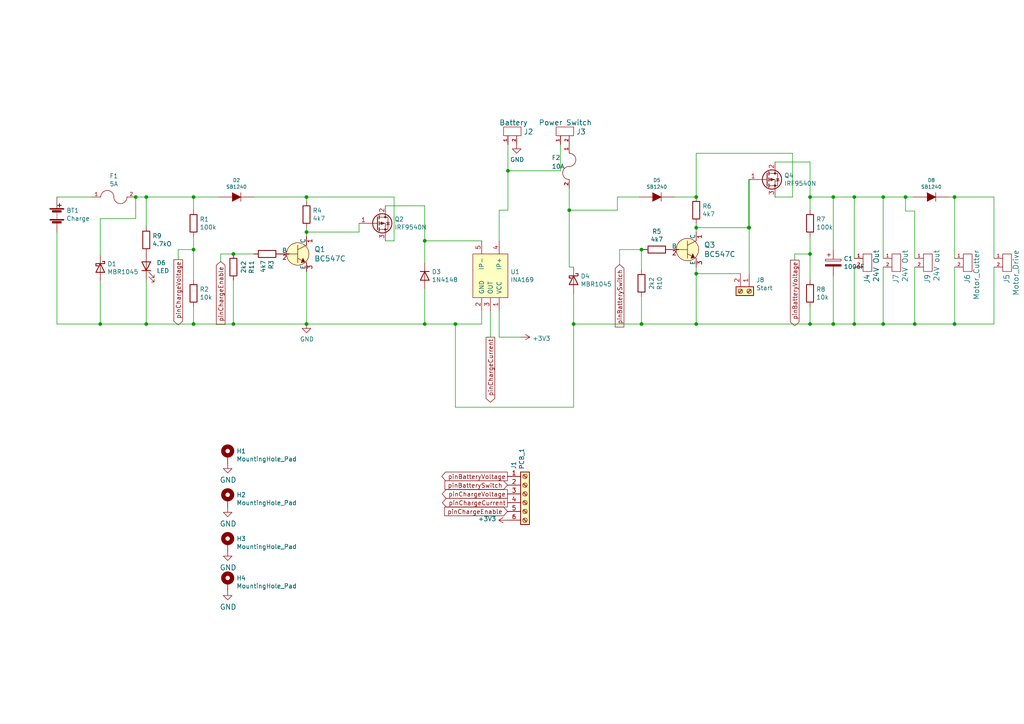
<source format=kicad_sch>
(kicad_sch (version 20210406) (generator eeschema)
  (paper "A4")
  (lib_symbols
    (symbol "Connector:Screw_Terminal_01x02" (pin_names (offset 1.016) hide)
      (property "Reference" "J" (at 0 2.54 0))
      (property "Value" "Screw_Terminal_01x02" (at 0 -5.08 0))
      (symbol "Screw_Terminal_01x02_1_1"
        (circle (center 0 -2.54) (radius 0.635) (stroke (width 0.1524)))
        (circle (center 0 0) (radius 0.635) (stroke (width 0.1524)))
        (rectangle (start -1.27 1.27) (end 1.27 -3.81) (stroke (width 0.254)) (fill (type background)))
        (polyline (pts (xy -0.5334 -2.2098) (xy 0.3302 -3.048)) (stroke (width 0.1524)))
        (polyline (pts (xy -0.5334 0.3302) (xy 0.3302 -0.508)) (stroke (width 0.1524)))
        (polyline (pts (xy -0.3556 -2.032) (xy 0.508 -2.8702)) (stroke (width 0.1524)))
        (polyline (pts (xy -0.3556 0.508) (xy 0.508 -0.3302)) (stroke (width 0.1524)))
        (pin passive line (at -5.08 0 0) (length 3.81) (name "Pin_1") (number "1"))
        (pin passive line (at -5.08 -2.54 0) (length 3.81) (name "Pin_2") (number "2"))
      )
    )
    (symbol "Connector:Screw_Terminal_01x06" (pin_names (offset 1.016) hide)
      (property "Reference" "J" (at 0 7.62 0))
      (property "Value" "Screw_Terminal_01x06" (at 0 -10.16 0))
      (symbol "Screw_Terminal_01x06_1_1"
        (circle (center 0 -7.62) (radius 0.635) (stroke (width 0.1524)))
        (circle (center 0 -5.08) (radius 0.635) (stroke (width 0.1524)))
        (circle (center 0 -2.54) (radius 0.635) (stroke (width 0.1524)))
        (circle (center 0 0) (radius 0.635) (stroke (width 0.1524)))
        (circle (center 0 2.54) (radius 0.635) (stroke (width 0.1524)))
        (circle (center 0 5.08) (radius 0.635) (stroke (width 0.1524)))
        (rectangle (start -1.27 6.35) (end 1.27 -8.89) (stroke (width 0.254)) (fill (type background)))
        (polyline (pts (xy -0.5334 -7.2898) (xy 0.3302 -8.128)) (stroke (width 0.1524)))
        (polyline (pts (xy -0.5334 -4.7498) (xy 0.3302 -5.588)) (stroke (width 0.1524)))
        (polyline (pts (xy -0.5334 -2.2098) (xy 0.3302 -3.048)) (stroke (width 0.1524)))
        (polyline (pts (xy -0.5334 0.3302) (xy 0.3302 -0.508)) (stroke (width 0.1524)))
        (polyline (pts (xy -0.5334 2.8702) (xy 0.3302 2.032)) (stroke (width 0.1524)))
        (polyline (pts (xy -0.5334 5.4102) (xy 0.3302 4.572)) (stroke (width 0.1524)))
        (polyline (pts (xy -0.3556 -7.112) (xy 0.508 -7.9502)) (stroke (width 0.1524)))
        (polyline (pts (xy -0.3556 -4.572) (xy 0.508 -5.4102)) (stroke (width 0.1524)))
        (polyline (pts (xy -0.3556 -2.032) (xy 0.508 -2.8702)) (stroke (width 0.1524)))
        (polyline (pts (xy -0.3556 0.508) (xy 0.508 -0.3302)) (stroke (width 0.1524)))
        (polyline (pts (xy -0.3556 3.048) (xy 0.508 2.2098)) (stroke (width 0.1524)))
        (polyline (pts (xy -0.3556 5.588) (xy 0.508 4.7498)) (stroke (width 0.1524)))
        (pin passive line (at -5.08 5.08 0) (length 3.81) (name "Pin_1") (number "1"))
        (pin passive line (at -5.08 2.54 0) (length 3.81) (name "Pin_2") (number "2"))
        (pin passive line (at -5.08 0 0) (length 3.81) (name "Pin_3") (number "3"))
        (pin passive line (at -5.08 -2.54 0) (length 3.81) (name "Pin_4") (number "4"))
        (pin passive line (at -5.08 -5.08 0) (length 3.81) (name "Pin_5") (number "5"))
        (pin passive line (at -5.08 -7.62 0) (length 3.81) (name "Pin_6") (number "6"))
      )
    )
    (symbol "Device:Battery" (pin_numbers hide) (pin_names (offset 0) hide)
      (property "Reference" "BT" (at 2.54 2.54 0))
      (property "Value" "Battery" (at 2.54 0 0))
      (symbol "Battery_0_1"
        (rectangle (start -2.032 -1.397) (end 2.032 -1.651) (fill (type outline)))
        (rectangle (start -2.032 1.778) (end 2.032 1.524) (fill (type outline)))
        (rectangle (start -1.3208 -1.9812) (end 1.27 -2.4892) (fill (type outline)))
        (rectangle (start -1.3208 1.1938) (end 1.27 0.6858) (fill (type outline)))
        (polyline (pts (xy 0 -1.524) (xy 0 -1.27)))
        (polyline (pts (xy 0 -1.016) (xy 0 -0.762)))
        (polyline (pts (xy 0 -0.508) (xy 0 -0.254)))
        (polyline (pts (xy 0 0) (xy 0 0.254)))
        (polyline (pts (xy 0 0.508) (xy 0 0.762)))
        (polyline (pts (xy 0 1.778) (xy 0 2.54)))
        (polyline (pts (xy 0.254 2.667) (xy 1.27 2.667)) (stroke (width 0.254)))
        (polyline (pts (xy 0.762 3.175) (xy 0.762 2.159)) (stroke (width 0.254)))
      )
      (symbol "Battery_1_1"
        (pin passive line (at 0 5.08 270) (length 2.54) (name "+") (number "1"))
        (pin passive line (at 0 -5.08 90) (length 2.54) (name "-") (number "2"))
      )
    )
    (symbol "Device:CP" (pin_numbers hide) (pin_names (offset 0.254))
      (property "Reference" "C" (at 0.635 2.54 0))
      (property "Value" "CP" (at 0.635 -2.54 0))
      (symbol "CP_0_1"
        (rectangle (start -2.286 0.508) (end 2.286 1.016))
        (rectangle (start 2.286 -0.508) (end -2.286 -1.016) (fill (type outline)))
        (polyline (pts (xy -1.778 2.286) (xy -0.762 2.286)))
        (polyline (pts (xy -1.27 2.794) (xy -1.27 1.778)))
      )
      (symbol "CP_1_1"
        (pin passive line (at 0 3.81 270) (length 2.794) (name "~") (number "1"))
        (pin passive line (at 0 -3.81 90) (length 2.794) (name "~") (number "2"))
      )
    )
    (symbol "Device:LED" (pin_numbers hide) (pin_names (offset 1.016) hide)
      (property "Reference" "D" (at 0 2.54 0))
      (property "Value" "LED" (at 0 -2.54 0))
      (symbol "LED_0_1"
        (polyline (pts (xy -1.27 -1.27) (xy -1.27 1.27)) (stroke (width 0.254)))
        (polyline (pts (xy -1.27 0) (xy 1.27 0)))
        (polyline (pts (xy 1.27 -1.27) (xy 1.27 1.27) (xy -1.27 0) (xy 1.27 -1.27)) (stroke (width 0.254)))
        (polyline (pts (xy -3.048 -0.762) (xy -4.572 -2.286) (xy -3.81 -2.286) (xy -4.572 -2.286) (xy -4.572 -1.524)))
        (polyline (pts (xy -1.778 -0.762) (xy -3.302 -2.286) (xy -2.54 -2.286) (xy -3.302 -2.286) (xy -3.302 -1.524)))
      )
      (symbol "LED_1_1"
        (pin passive line (at -3.81 0 0) (length 2.54) (name "K") (number "1"))
        (pin passive line (at 3.81 0 180) (length 2.54) (name "A") (number "2"))
      )
    )
    (symbol "Device:R" (pin_numbers hide) (pin_names (offset 0))
      (property "Reference" "R" (at 2.032 0 90))
      (property "Value" "R" (at 0 0 90))
      (symbol "R_0_1"
        (rectangle (start -1.016 -2.54) (end 1.016 2.54) (stroke (width 0.254)))
      )
      (symbol "R_1_1"
        (pin passive line (at 0 3.81 270) (length 1.27) (name "~") (number "1"))
        (pin passive line (at 0 -3.81 90) (length 1.27) (name "~") (number "2"))
      )
    )
    (symbol "Diode:1N4148" (pin_numbers hide) (pin_names (offset 1.016) hide)
      (property "Reference" "D" (at 0 2.54 0))
      (property "Value" "1N4148" (at 0 -2.54 0))
      (symbol "1N4148_0_1"
        (polyline (pts (xy -1.27 1.27) (xy -1.27 -1.27)) (stroke (width 0.254)))
        (polyline (pts (xy 1.27 0) (xy -1.27 0)))
        (polyline (pts (xy 1.27 1.27) (xy 1.27 -1.27) (xy -1.27 0) (xy 1.27 1.27)) (stroke (width 0.254)))
      )
      (symbol "1N4148_1_1"
        (pin passive line (at -3.81 0 0) (length 2.54) (name "K") (number "1"))
        (pin passive line (at 3.81 0 180) (length 2.54) (name "A") (number "2"))
      )
    )
    (symbol "Diode:MBR745" (pin_numbers hide) (pin_names (offset 1.016) hide)
      (property "Reference" "D" (at 0 2.54 0))
      (property "Value" "MBR745" (at 0 -2.54 0))
      (symbol "MBR745_0_1"
        (polyline (pts (xy 1.27 0) (xy -1.27 0)))
        (polyline (pts (xy 1.27 1.27) (xy 1.27 -1.27) (xy -1.27 0) (xy 1.27 1.27)) (stroke (width 0.254)))
        (polyline (pts (xy -1.905 0.635) (xy -1.905 1.27) (xy -1.27 1.27) (xy -1.27 -1.27) (xy -0.635 -1.27) (xy -0.635 -0.635)) (stroke (width 0.254)))
      )
      (symbol "MBR745_1_1"
        (pin passive line (at -3.81 0 0) (length 2.54) (name "K") (number "1"))
        (pin passive line (at 3.81 0 180) (length 2.54) (name "A") (number "2"))
      )
    )
    (symbol "Mechanical:MountingHole_Pad" (pin_numbers hide) (pin_names (offset 1.016) hide)
      (property "Reference" "H" (at 0 6.35 0))
      (property "Value" "MountingHole_Pad" (at 0 4.445 0))
      (symbol "MountingHole_Pad_0_1"
        (circle (center 0 1.27) (radius 1.27) (stroke (width 1.27)))
      )
      (symbol "MountingHole_Pad_1_1"
        (pin input line (at 0 -2.54 90) (length 2.54) (name "1") (number "1"))
      )
    )
    (symbol "Transistor_FET:IRF9540N" (pin_names hide)
      (property "Reference" "Q" (at 5.08 1.905 0))
      (property "Value" "IRF9540N" (at 5.08 0 0))
      (symbol "IRF9540N_0_1"
        (circle (center 1.651 0) (radius 2.794) (stroke (width 0.254)))
        (circle (center 2.54 -1.778) (radius 0.254) (fill (type outline)))
        (circle (center 2.54 1.778) (radius 0.254) (fill (type outline)))
        (polyline (pts (xy 0.254 0) (xy -2.54 0)))
        (polyline (pts (xy 0.254 1.905) (xy 0.254 -1.905)) (stroke (width 0.254)))
        (polyline (pts (xy 0.762 -1.27) (xy 0.762 -2.286)) (stroke (width 0.254)))
        (polyline (pts (xy 0.762 0.508) (xy 0.762 -0.508)) (stroke (width 0.254)))
        (polyline (pts (xy 0.762 2.286) (xy 0.762 1.27)) (stroke (width 0.254)))
        (polyline (pts (xy 2.54 2.54) (xy 2.54 1.778)))
        (polyline (pts (xy 2.54 -2.54) (xy 2.54 0) (xy 0.762 0)))
        (polyline (pts (xy 0.762 1.778) (xy 3.302 1.778) (xy 3.302 -1.778) (xy 0.762 -1.778)))
        (polyline (pts (xy 2.794 -0.508) (xy 2.921 -0.381) (xy 3.683 -0.381) (xy 3.81 -0.254)))
        (polyline (pts (xy 3.302 -0.381) (xy 2.921 0.254) (xy 3.683 0.254) (xy 3.302 -0.381)))
        (polyline (pts (xy 2.286 0) (xy 1.27 0.381) (xy 1.27 -0.381) (xy 2.286 0)) (fill (type outline)))
      )
      (symbol "IRF9540N_1_1"
        (pin input line (at -5.08 0 0) (length 2.54) (name "G") (number "1"))
        (pin passive line (at 2.54 5.08 270) (length 2.54) (name "D") (number "2"))
        (pin passive line (at 2.54 -5.08 90) (length 2.54) (name "S") (number "3"))
      )
    )
    (symbol "charge_pcb-rescue:ACS712-Lötpad_2,5mm" (pin_names (offset 1.016))
      (property "Reference" "U" (at 0 6.35 0))
      (property "Value" "ACS712-Lötpad_2,5mm" (at 0 -6.35 0))
      (symbol "ACS712-Lötpad_2,5mm_0_1"
        (rectangle (start -6.35 5.08) (end 6.35 -5.08) (fill (type background)))
      )
      (symbol "ACS712-Lötpad_2,5mm_1_1"
        (pin power_in line (at 10.16 2.54 180) (length 3.81) (name "VCC") (number "1"))
        (pin power_in line (at 10.16 -2.54 180) (length 3.81) (name "GND") (number "2"))
        (pin output line (at 10.16 0 180) (length 3.81) (name "OUT") (number "3"))
        (pin input line (at -10.16 2.54 0) (length 3.81) (name "IP+") (number "4"))
        (pin input line (at -10.16 -2.54 0) (length 3.81) (name "IP-") (number "5"))
      )
    )
    (symbol "charge_pcb-rescue:BC548BTA-dk_Transistors-Bipolar-BJT-Single" (pin_names (offset 0))
      (property "Reference" "Q" (at -3.2004 4.2164 0))
      (property "Value" "BC548BTA-dk_Transistors-Bipolar-BJT-Single" (at 5.2324 0 90))
      (symbol "BC548BTA-dk_Transistors-Bipolar-BJT-Single_0_1"
        (circle (center 0 0) (radius 3.2512) (fill (type background)))
        (polyline (pts (xy -3.81 0) (xy -2.54 0)))
        (polyline (pts (xy -3.556 0) (xy 0 0)))
        (polyline (pts (xy 0 -1.27) (xy 2.54 -2.54)))
        (polyline (pts (xy 0 1.27) (xy 2.54 2.54)))
        (polyline (pts (xy 0 2.54) (xy 0 -2.54)))
        (polyline (pts (xy 1.524 -1.27) (xy 2.032 -2.286) (xy 1.016 -2.54) (xy 1.524 -1.27)) (fill (type outline)))
      )
      (symbol "BC548BTA-dk_Transistors-Bipolar-BJT-Single_1_1"
        (pin passive line (at 2.54 5.08 270) (length 2.54) (name "C") (number "1"))
        (pin input line (at -5.08 0 0) (length 2.54) (name "B") (number "2"))
        (pin passive line (at 2.54 -5.08 90) (length 2.54) (name "E") (number "3"))
      )
    )
    (symbol "charge_pcb-rescue:DIODE-Lötpad_2,5mm" (pin_numbers hide) (pin_names (offset 1.016) hide)
      (property "Reference" "D" (at 0 2.54 0))
      (property "Value" "DIODE-Lötpad_2,5mm" (at 0 -2.54 0))
      (symbol "DIODE-Lötpad_2,5mm_0_1"
        (polyline (pts (xy 1.27 1.27) (xy 1.27 -1.27)) (stroke (width 0.1524)))
        (polyline (pts (xy -1.27 1.27) (xy 1.27 0) (xy -1.27 -1.27)) (fill (type outline)))
      )
      (symbol "DIODE-Lötpad_2,5mm_1_1"
        (pin passive line (at -5.08 0 0) (length 3.81) (name "A") (number "1"))
        (pin passive line (at 5.08 0 180) (length 3.81) (name "K") (number "2"))
      )
    )
    (symbol "charge_pcb-rescue:FUSE-Zimprich" (pin_names (offset 0.254))
      (property "Reference" "F" (at 2.54 1.27 0))
      (property "Value" "FUSE-Zimprich" (at -2.54 -1.27 0))
      (symbol "FUSE-Zimprich_0_1"
        (arc (start 0 0) (end -3.81 0) (radius (at -1.905 0) (length 1.905) (angles 0.1 179.9)))
        (arc (start 0 0) (end 3.81 0) (radius (at 1.905 0) (length 1.905) (angles -179.9 -0.1)))
      )
      (symbol "FUSE-Zimprich_1_1"
        (pin input line (at -6.35 0 0) (length 2.54) (name "~") (number "1"))
        (pin input line (at 6.35 0 180) (length 2.54) (name "~") (number "2"))
      )
    )
    (symbol "charge_pcb-rescue:GND-Lötpad_2,5mm" (power) (pin_names (offset 0))
      (property "Value" "GND-Lötpad_2,5mm" (at 0 -3.81 0))
      (symbol "GND-Lötpad_2,5mm_0_1"
        (polyline (pts (xy 0 0) (xy 0 -1.27) (xy 1.27 -1.27) (xy 0 -2.54) (xy -1.27 -1.27) (xy 0 -1.27)))
      )
      (symbol "GND-Lötpad_2,5mm_1_1"
        (pin power_in line (at 0 0 270) (length 0) hide (name "GND") (number "1"))
      )
    )
    (symbol "charge_pcb-rescue:HEADER_2-Zimprich" (pin_names (offset 0))
      (property "Reference" "J" (at 0 3.81 0))
      (property "Value" "HEADER_2-Zimprich" (at 0 -3.81 0))
      (symbol "HEADER_2-Zimprich_0_1"
        (rectangle (start 2.54 2.54) (end 0 -2.54))
      )
      (symbol "HEADER_2-Zimprich_1_1"
        (pin passive line (at -2.54 1.27 0) (length 2.54) (name "~") (number "1"))
        (pin passive line (at -2.54 -1.27 0) (length 2.54) (name "~") (number "2"))
      )
    )
    (symbol "power:+3.3V" (power) (pin_names (offset 0))
      (property "Value" "+3.3V" (at 0 3.556 0))
      (symbol "+3.3V_0_1"
        (polyline (pts (xy -0.762 1.27) (xy 0 2.54)))
        (polyline (pts (xy 0 0) (xy 0 2.54)))
        (polyline (pts (xy 0 2.54) (xy 0.762 1.27)))
      )
      (symbol "+3.3V_1_1"
        (pin power_in line (at 0 0 90) (length 0) hide (name "+3V3") (number "1"))
      )
    )
    (symbol "power:GND" (power) (pin_names (offset 0))
      (property "Value" "GND" (at 0 -3.81 0))
      (symbol "GND_0_1"
        (polyline (pts (xy 0 0) (xy 0 -1.27) (xy 1.27 -1.27) (xy 0 -2.54) (xy -1.27 -1.27) (xy 0 -1.27)))
      )
      (symbol "GND_1_1"
        (pin power_in line (at 0 0 270) (length 0) hide (name "GND") (number "1"))
      )
    )
  )
  (junction (at 29.083 93.98) (diameter 0.9144))
  (junction (at 39.37 57.15) (diameter 0.9144))
  (junction (at 42.418 57.15) (diameter 0.9144))
  (junction (at 42.418 93.98) (diameter 0.9144))
  (junction (at 56.134 57.15) (diameter 0.9144))
  (junction (at 56.134 72.39) (diameter 0.9144))
  (junction (at 56.134 93.98) (diameter 0.9144))
  (junction (at 67.691 73.66) (diameter 0.9144))
  (junction (at 67.691 93.98) (diameter 0.9144))
  (junction (at 88.9 57.15) (diameter 0.9144))
  (junction (at 88.9 67.31) (diameter 0.9144))
  (junction (at 88.9 93.98) (diameter 0.9144))
  (junction (at 123.19 69.85) (diameter 0.9144))
  (junction (at 123.19 93.98) (diameter 0.9144))
  (junction (at 132.08 93.98) (diameter 0.9144))
  (junction (at 147.32 49.53) (diameter 0.9144))
  (junction (at 165.1 60.96) (diameter 0.9144))
  (junction (at 166.37 93.98) (diameter 0.9144))
  (junction (at 186.055 72.39) (diameter 0.9144))
  (junction (at 186.055 93.98) (diameter 0.9144))
  (junction (at 201.93 57.15) (diameter 0.9144))
  (junction (at 201.93 66.04) (diameter 0.9144))
  (junction (at 201.93 79.375) (diameter 0.9144))
  (junction (at 201.93 93.98) (diameter 0.9144))
  (junction (at 217.17 66.04) (diameter 0.9144))
  (junction (at 217.297 66.04) (diameter 0.9144))
  (junction (at 234.95 57.15) (diameter 0.9144))
  (junction (at 234.95 73.66) (diameter 0.9144))
  (junction (at 234.95 93.98) (diameter 0.9144))
  (junction (at 241.681 57.15) (diameter 0.9144))
  (junction (at 241.681 93.98) (diameter 0.9144))
  (junction (at 247.777 57.15) (diameter 0.9144))
  (junction (at 247.777 93.98) (diameter 0.9144))
  (junction (at 256.159 57.15) (diameter 0.9144))
  (junction (at 256.159 93.98) (diameter 0.9144))
  (junction (at 262.636 57.15) (diameter 0.9144))
  (junction (at 265.303 93.98) (diameter 0.9144))
  (junction (at 276.86 57.15) (diameter 0.9144))
  (junction (at 276.86 93.98) (diameter 0.9144))
  (wire (pts (xy 16.51 57.15) (xy 26.67 57.15)))
  (wire (pts (xy 16.51 93.98) (xy 16.51 67.31)))
  (wire (pts (xy 16.51 93.98) (xy 29.083 93.98)))
  (wire (pts (xy 29.083 63.373) (xy 29.083 73.914)))
  (wire (pts (xy 29.083 81.534) (xy 29.083 93.98)))
  (wire (pts (xy 29.083 93.98) (xy 42.418 93.98)))
  (wire (pts (xy 39.37 57.15) (xy 39.37 63.373)))
  (wire (pts (xy 39.37 57.15) (xy 42.418 57.15)))
  (wire (pts (xy 39.37 63.373) (xy 29.083 63.373)))
  (wire (pts (xy 42.418 57.15) (xy 56.134 57.15)))
  (wire (pts (xy 42.418 65.786) (xy 42.418 57.15)))
  (wire (pts (xy 42.418 81.026) (xy 42.418 93.98)))
  (wire (pts (xy 42.418 93.98) (xy 56.134 93.98)))
  (wire (pts (xy 51.689 72.39) (xy 56.134 72.39)))
  (wire (pts (xy 51.689 75.311) (xy 51.689 72.39)))
  (wire (pts (xy 56.134 57.15) (xy 56.134 60.96)))
  (wire (pts (xy 56.134 57.15) (xy 63.5 57.15)))
  (wire (pts (xy 56.134 68.58) (xy 56.134 72.39)))
  (wire (pts (xy 56.134 72.39) (xy 56.134 81.28)))
  (wire (pts (xy 56.134 88.9) (xy 56.134 93.98)))
  (wire (pts (xy 56.134 93.98) (xy 67.691 93.98)))
  (wire (pts (xy 64.008 73.66) (xy 64.008 75.819)))
  (wire (pts (xy 67.691 73.66) (xy 64.008 73.66)))
  (wire (pts (xy 67.691 73.66) (xy 73.66 73.66)))
  (wire (pts (xy 67.691 81.28) (xy 67.691 93.98)))
  (wire (pts (xy 67.691 93.98) (xy 88.9 93.98)))
  (wire (pts (xy 73.66 57.15) (xy 88.9 57.15)))
  (wire (pts (xy 88.9 57.15) (xy 88.9 58.42)))
  (wire (pts (xy 88.9 57.15) (xy 114.3 57.15)))
  (wire (pts (xy 88.9 66.04) (xy 88.9 67.31)))
  (wire (pts (xy 88.9 67.31) (xy 88.9 68.58)))
  (wire (pts (xy 88.9 67.31) (xy 104.14 67.31)))
  (wire (pts (xy 88.9 93.98) (xy 88.9 78.74)))
  (wire (pts (xy 88.9 93.98) (xy 123.19 93.98)))
  (wire (pts (xy 104.14 64.77) (xy 104.14 67.31)))
  (wire (pts (xy 111.76 59.69) (xy 123.19 59.69)))
  (wire (pts (xy 114.3 57.15) (xy 114.3 69.85)))
  (wire (pts (xy 114.3 69.85) (xy 111.76 69.85)))
  (wire (pts (xy 123.19 59.69) (xy 123.19 69.85)))
  (wire (pts (xy 123.19 69.85) (xy 139.7 69.85)))
  (wire (pts (xy 123.19 76.2) (xy 123.19 69.85)))
  (wire (pts (xy 123.19 83.82) (xy 123.19 93.98)))
  (wire (pts (xy 123.19 93.98) (xy 132.08 93.98)))
  (wire (pts (xy 132.08 93.98) (xy 132.08 118.11)))
  (wire (pts (xy 132.08 93.98) (xy 139.7 93.98)))
  (wire (pts (xy 132.08 118.11) (xy 166.37 118.11)))
  (wire (pts (xy 139.7 93.98) (xy 139.7 90.17)))
  (wire (pts (xy 142.24 90.17) (xy 142.24 97.79)))
  (wire (pts (xy 144.78 60.96) (xy 147.32 60.96)))
  (wire (pts (xy 144.78 69.85) (xy 144.78 60.96)))
  (wire (pts (xy 144.78 90.17) (xy 144.78 97.79)))
  (wire (pts (xy 144.78 97.79) (xy 151.13 97.79)))
  (wire (pts (xy 147.32 41.91) (xy 147.32 49.53)))
  (wire (pts (xy 147.32 49.53) (xy 147.32 60.96)))
  (wire (pts (xy 162.56 41.91) (xy 162.56 49.53)))
  (wire (pts (xy 162.56 49.53) (xy 147.32 49.53)))
  (wire (pts (xy 165.1 54.61) (xy 165.1 60.96)))
  (wire (pts (xy 165.1 60.96) (xy 165.1 77.47)))
  (wire (pts (xy 165.1 60.96) (xy 179.07 60.96)))
  (wire (pts (xy 165.1 77.47) (xy 166.37 77.47)))
  (wire (pts (xy 166.37 93.98) (xy 166.37 85.09)))
  (wire (pts (xy 166.37 93.98) (xy 186.055 93.98)))
  (wire (pts (xy 166.37 118.11) (xy 166.37 93.98)))
  (wire (pts (xy 179.07 57.15) (xy 185.42 57.15)))
  (wire (pts (xy 179.07 60.96) (xy 179.07 57.15)))
  (wire (pts (xy 179.705 72.39) (xy 179.705 76.708)))
  (wire (pts (xy 186.055 72.39) (xy 179.705 72.39)))
  (wire (pts (xy 186.055 78.359) (xy 186.055 72.39)))
  (wire (pts (xy 186.055 85.979) (xy 186.055 93.98)))
  (wire (pts (xy 186.055 93.98) (xy 201.93 93.98)))
  (wire (pts (xy 186.69 72.39) (xy 186.055 72.39)))
  (wire (pts (xy 195.58 57.15) (xy 201.93 57.15)))
  (wire (pts (xy 201.93 44.45) (xy 201.93 57.15)))
  (wire (pts (xy 201.93 64.77) (xy 201.93 66.04)))
  (wire (pts (xy 201.93 66.04) (xy 201.93 67.31)))
  (wire (pts (xy 201.93 66.04) (xy 217.17 66.04)))
  (wire (pts (xy 201.93 77.47) (xy 201.93 79.375)))
  (wire (pts (xy 201.93 79.375) (xy 201.93 93.98)))
  (wire (pts (xy 201.93 93.98) (xy 234.95 93.98)))
  (wire (pts (xy 214.757 79.375) (xy 201.93 79.375)))
  (wire (pts (xy 217.17 52.07) (xy 217.17 66.04)))
  (wire (pts (xy 217.17 66.04) (xy 217.297 66.04)))
  (wire (pts (xy 217.297 52.07) (xy 217.297 66.04)))
  (wire (pts (xy 217.297 66.04) (xy 217.297 79.375)))
  (wire (pts (xy 217.805 52.07) (xy 217.297 52.07)))
  (wire (pts (xy 224.79 46.99) (xy 234.95 46.99)))
  (wire (pts (xy 224.79 57.15) (xy 229.87 57.15)))
  (wire (pts (xy 229.87 44.45) (xy 201.93 44.45)))
  (wire (pts (xy 229.87 57.15) (xy 229.87 44.45)))
  (wire (pts (xy 230.505 73.66) (xy 230.505 75.438)))
  (wire (pts (xy 230.505 73.66) (xy 234.95 73.66)))
  (wire (pts (xy 234.95 46.99) (xy 234.95 57.15)))
  (wire (pts (xy 234.95 57.15) (xy 234.95 60.96)))
  (wire (pts (xy 234.95 57.15) (xy 241.681 57.15)))
  (wire (pts (xy 234.95 68.58) (xy 234.95 73.66)))
  (wire (pts (xy 234.95 73.66) (xy 234.95 81.28)))
  (wire (pts (xy 234.95 88.9) (xy 234.95 93.98)))
  (wire (pts (xy 234.95 93.98) (xy 241.681 93.98)))
  (wire (pts (xy 241.681 57.15) (xy 247.777 57.15)))
  (wire (pts (xy 241.681 72.39) (xy 241.681 57.15)))
  (wire (pts (xy 241.681 80.01) (xy 241.681 93.98)))
  (wire (pts (xy 241.681 93.98) (xy 247.777 93.98)))
  (wire (pts (xy 247.777 57.15) (xy 256.159 57.15)))
  (wire (pts (xy 247.777 74.93) (xy 247.777 57.15)))
  (wire (pts (xy 247.777 77.47) (xy 247.777 93.98)))
  (wire (pts (xy 247.777 93.98) (xy 256.159 93.98)))
  (wire (pts (xy 256.159 57.15) (xy 256.159 74.93)))
  (wire (pts (xy 256.159 57.15) (xy 262.636 57.15)))
  (wire (pts (xy 256.159 93.98) (xy 256.159 77.47)))
  (wire (pts (xy 256.159 93.98) (xy 265.303 93.98)))
  (wire (pts (xy 262.636 57.15) (xy 265.049 57.15)))
  (wire (pts (xy 262.636 61.214) (xy 262.636 57.15)))
  (wire (pts (xy 265.303 61.214) (xy 262.636 61.214)))
  (wire (pts (xy 265.303 74.93) (xy 265.303 61.214)))
  (wire (pts (xy 265.303 93.98) (xy 265.303 77.47)))
  (wire (pts (xy 265.303 93.98) (xy 276.86 93.98)))
  (wire (pts (xy 275.209 57.15) (xy 276.86 57.15)))
  (wire (pts (xy 276.86 57.15) (xy 288.29 57.15)))
  (wire (pts (xy 276.86 74.93) (xy 276.86 57.15)))
  (wire (pts (xy 276.86 77.47) (xy 276.86 93.98)))
  (wire (pts (xy 276.86 93.98) (xy 288.29 93.98)))
  (wire (pts (xy 288.29 74.93) (xy 288.29 57.15)))
  (wire (pts (xy 288.29 77.47) (xy 288.29 93.98)))
  (global_label "pinChargeVoltage" (shape output) (at 51.689 75.311 270) (property "Intersheet References" "${INTERSHEET_REFS}" (effects hide)))
  (global_label "pinChargeEnable" (shape input) (at 64.008 75.819 270) (property "Intersheet References" "${INTERSHEET_REFS}" (effects hide)))
  (global_label "pinChargeCurrent" (shape output) (at 142.24 97.79 270) (property "Intersheet References" "${INTERSHEET_REFS}" (effects hide)))
  (global_label "pinBatteryVoltage" (shape output) (at 147.193 138.176 180) (property "Intersheet References" "${INTERSHEET_REFS}" (effects hide)))
  (global_label "pinBatterySwitch" (shape input) (at 147.193 140.716 180) (property "Intersheet References" "${INTERSHEET_REFS}" (effects hide)))
  (global_label "pinChargeVoltage" (shape output) (at 147.193 143.256 180) (property "Intersheet References" "${INTERSHEET_REFS}" (effects hide)))
  (global_label "pinChargeCurrent" (shape output) (at 147.193 145.796 180) (property "Intersheet References" "${INTERSHEET_REFS}" (effects hide)))
  (global_label "pinChargeEnable" (shape input) (at 147.193 148.336 180) (property "Intersheet References" "${INTERSHEET_REFS}" (effects hide)))
  (global_label "pinBatterySwitch" (shape input) (at 179.705 76.708 270) (property "Intersheet References" "${INTERSHEET_REFS}" (effects hide)))
  (global_label "pinBatteryVoltage" (shape output) (at 230.505 75.438 270) (property "Intersheet References" "${INTERSHEET_REFS}" (effects hide)))
  (symbol (lib_id "power:+3.3V") (at 147.193 150.876 90) (unit 1)
    (property "Reference" "#PWR04" (effects hide))
    (property "Value" "+3.3V" (at 143.9418 150.495 90) (effects (justify left)))
  )
  (symbol (lib_id "power:+3.3V") (at 151.13 97.79 270) (unit 1)
    (property "Reference" "#PWR03" (effects hide))
    (property "Value" "+3.3V" (at 154.3812 98.171 90) (effects (justify left)))
  )
  (symbol (lib_id "charge_pcb-rescue:GND-Lötpad_2,5mm") (at 66.04 134.62 0) (unit 1)
    (property "Reference" "#PWR0101" (effects hide))
    (property "Value" "GND" (at 66.167 139.2174 0) (effects (font (size 1.524 1.524))))
  )
  (symbol (lib_id "charge_pcb-rescue:GND-Lötpad_2,5mm") (at 66.04 147.32 0) (unit 1)
    (property "Reference" "#PWR0102" (effects hide))
    (property "Value" "GND" (at 66.167 151.9174 0) (effects (font (size 1.524 1.524))))
  )
  (symbol (lib_id "charge_pcb-rescue:GND-Lötpad_2,5mm") (at 66.04 160.02 0) (unit 1)
    (property "Reference" "#PWR0103" (effects hide))
    (property "Value" "GND" (at 66.167 164.6174 0) (effects (font (size 1.524 1.524))))
  )
  (symbol (lib_id "charge_pcb-rescue:GND-Lötpad_2,5mm") (at 66.04 171.45 0) (unit 1)
    (property "Reference" "#PWR0104" (effects hide))
    (property "Value" "GND" (at 66.167 176.0474 0) (effects (font (size 1.524 1.524))))
  )
  (symbol (lib_id "power:GND") (at 88.9 93.98 0) (unit 1)
    (property "Reference" "#PWR01" (effects hide))
    (property "Value" "GND" (at 89.027 98.3742 0))
  )
  (symbol (lib_id "power:GND") (at 149.86 41.91 0) (unit 1)
    (property "Reference" "#PWR02" (effects hide))
    (property "Value" "GND" (at 149.987 46.3042 0))
  )
  (symbol (lib_id "Device:R") (at 42.418 69.596 0) (unit 1)
    (property "Reference" "R9" (at 44.196 68.4276 0) (effects (justify left)))
    (property "Value" "4.7kO" (at 44.196 70.739 0) (effects (justify left)))
    (property "Footprint" "Resistor_THT:R_Axial_DIN0207_L6.3mm_D2.5mm_P7.62mm_Horizontal" (effects hide))
  )
  (symbol (lib_id "Device:R") (at 56.134 64.77 0) (unit 1)
    (property "Reference" "R1" (at 57.912 63.6016 0) (effects (justify left)))
    (property "Value" "100k" (at 57.912 65.913 0) (effects (justify left)))
    (property "Footprint" "Resistor_THT:R_Axial_DIN0207_L6.3mm_D2.5mm_P7.62mm_Horizontal" (effects hide))
  )
  (symbol (lib_id "Device:R") (at 56.134 85.09 0) (unit 1)
    (property "Reference" "R2" (at 57.912 83.9216 0) (effects (justify left)))
    (property "Value" "10k" (at 57.912 86.233 0) (effects (justify left)))
    (property "Footprint" "Resistor_THT:R_Axial_DIN0207_L6.3mm_D2.5mm_P7.62mm_Horizontal" (effects hide))
  )
  (symbol (lib_id "Device:R") (at 67.691 77.47 0) (unit 1)
    (property "Reference" "R11" (at 72.9488 77.47 90))
    (property "Value" "2k2" (at 70.6374 77.47 90))
    (property "Footprint" "Resistor_THT:R_Axial_DIN0207_L6.3mm_D2.5mm_P7.62mm_Horizontal" (effects hide))
  )
  (symbol (lib_id "Device:R") (at 77.47 73.66 270) (unit 1)
    (property "Reference" "R3" (at 78.6384 75.438 0) (effects (justify left)))
    (property "Value" "4k7" (at 76.327 75.438 0) (effects (justify left)))
    (property "Footprint" "Resistor_THT:R_Axial_DIN0207_L6.3mm_D2.5mm_P7.62mm_Horizontal" (effects hide))
  )
  (symbol (lib_id "Device:R") (at 88.9 62.23 0) (unit 1)
    (property "Reference" "R4" (at 90.678 61.0616 0) (effects (justify left)))
    (property "Value" "4k7" (at 90.678 63.373 0) (effects (justify left)))
    (property "Footprint" "Resistor_THT:R_Axial_DIN0207_L6.3mm_D2.5mm_P7.62mm_Horizontal" (effects hide))
  )
  (symbol (lib_id "Device:R") (at 186.055 82.169 0) (unit 1)
    (property "Reference" "R10" (at 191.3128 82.169 90))
    (property "Value" "2k2" (at 189.0014 82.169 90))
    (property "Footprint" "Resistor_THT:R_Axial_DIN0207_L6.3mm_D2.5mm_P7.62mm_Horizontal" (effects hide))
  )
  (symbol (lib_id "Device:R") (at 190.5 72.39 90) (unit 1)
    (property "Reference" "R5" (at 190.5 67.1322 90))
    (property "Value" "4k7" (at 190.5 69.4436 90))
    (property "Footprint" "Resistor_THT:R_Axial_DIN0207_L6.3mm_D2.5mm_P7.62mm_Horizontal" (effects hide))
  )
  (symbol (lib_id "Device:R") (at 201.93 60.96 0) (unit 1)
    (property "Reference" "R6" (at 203.708 59.7916 0) (effects (justify left)))
    (property "Value" "4k7" (at 203.708 62.103 0) (effects (justify left)))
    (property "Footprint" "Resistor_THT:R_Axial_DIN0207_L6.3mm_D2.5mm_P7.62mm_Horizontal" (effects hide))
  )
  (symbol (lib_id "Device:R") (at 234.95 64.77 0) (unit 1)
    (property "Reference" "R7" (at 236.728 63.6016 0) (effects (justify left)))
    (property "Value" "100k" (at 236.728 65.913 0) (effects (justify left)))
    (property "Footprint" "Resistor_THT:R_Axial_DIN0207_L6.3mm_D2.5mm_P7.62mm_Horizontal" (effects hide))
  )
  (symbol (lib_id "Device:R") (at 234.95 85.09 0) (unit 1)
    (property "Reference" "R8" (at 236.728 83.9216 0) (effects (justify left)))
    (property "Value" "10k" (at 236.728 86.233 0) (effects (justify left)))
    (property "Footprint" "Resistor_THT:R_Axial_DIN0207_L6.3mm_D2.5mm_P7.62mm_Horizontal" (effects hide))
  )
  (symbol (lib_id "Mechanical:MountingHole_Pad") (at 66.04 132.08 0) (unit 1)
    (property "Reference" "H1" (at 68.58 130.8354 0) (effects (justify left)))
    (property "Value" "MountingHole_Pad" (at 68.58 133.1468 0) (effects (justify left)))
    (property "Footprint" "MountingHole:MountingHole_3.2mm_M3_DIN965_Pad_TopBottom" (effects hide))
  )
  (symbol (lib_id "Mechanical:MountingHole_Pad") (at 66.04 144.78 0) (unit 1)
    (property "Reference" "H2" (at 68.58 143.5354 0) (effects (justify left)))
    (property "Value" "MountingHole_Pad" (at 68.58 145.8468 0) (effects (justify left)))
    (property "Footprint" "MountingHole:MountingHole_3.2mm_M3_DIN965_Pad_TopBottom" (effects hide))
  )
  (symbol (lib_id "Mechanical:MountingHole_Pad") (at 66.04 157.48 0) (unit 1)
    (property "Reference" "H3" (at 68.58 156.2354 0) (effects (justify left)))
    (property "Value" "MountingHole_Pad" (at 68.58 158.5468 0) (effects (justify left)))
    (property "Footprint" "MountingHole:MountingHole_3.2mm_M3_DIN965_Pad_TopBottom" (effects hide))
  )
  (symbol (lib_id "Mechanical:MountingHole_Pad") (at 66.04 168.91 0) (unit 1)
    (property "Reference" "H4" (at 68.58 167.6654 0) (effects (justify left)))
    (property "Value" "MountingHole_Pad" (at 68.58 169.9768 0) (effects (justify left)))
    (property "Footprint" "MountingHole:MountingHole_3.2mm_M3_DIN965_Pad_TopBottom" (effects hide))
  )
  (symbol (lib_id "Diode:MBR745") (at 29.083 77.724 270) (unit 1)
    (property "Reference" "D1" (at 31.115 76.5556 90) (effects (justify left)))
    (property "Value" "MBR1045" (at 31.115 78.867 90) (effects (justify left)))
    (property "Footprint" "Package_TO_SOT_THT:TO-220-2_Vertical" (effects hide))
    (property "Datasheet" "http://www.onsemi.com/pub_link/Collateral/MBR735-D.PDF" (effects hide))
  )
  (symbol (lib_id "Diode:1N4148") (at 123.19 80.01 270) (unit 1)
    (property "Reference" "D3" (at 125.222 78.8416 90) (effects (justify left)))
    (property "Value" "1N4148" (at 125.222 81.153 90) (effects (justify left)))
    (property "Footprint" "Diode_THT:D_DO-35_SOD27_P7.62mm_Horizontal" (effects hide))
    (property "Datasheet" "https://assets.nexperia.com/documents/data-sheet/1N4148_1N4448.pdf" (effects hide))
  )
  (symbol (lib_id "Diode:MBR745") (at 166.37 81.28 270) (unit 1)
    (property "Reference" "D4" (at 168.402 80.1116 90) (effects (justify left)))
    (property "Value" "MBR1045" (at 168.402 82.423 90) (effects (justify left)))
    (property "Footprint" "Package_TO_SOT_THT:TO-220-2_Vertical" (effects hide))
    (property "Datasheet" "http://www.onsemi.com/pub_link/Collateral/MBR735-D.PDF" (effects hide))
  )
  (symbol (lib_id "charge_pcb-rescue:HEADER_2-Zimprich") (at 148.59 39.37 90) (unit 1)
    (property "Reference" "J2" (at 151.8412 38.227 90) (effects (font (size 1.524 1.524)) (justify right)))
    (property "Value" "Battery" (at 144.78 35.56 90) (effects (font (size 1.524 1.524)) (justify right)))
    (property "Footprint" "TerminalBlock:TerminalBlock_bornier-2_P5.08mm" (effects hide))
  )
  (symbol (lib_id "charge_pcb-rescue:HEADER_2-Zimprich") (at 163.83 39.37 90) (unit 1)
    (property "Reference" "J3" (at 167.0812 38.227 90) (effects (font (size 1.524 1.524)) (justify right)))
    (property "Value" "Power Switch" (at 156.21 35.56 90) (effects (font (size 1.524 1.524)) (justify right)))
    (property "Footprint" "TerminalBlock:TerminalBlock_bornier-2_P5.08mm" (effects hide))
  )
  (symbol (lib_id "charge_pcb-rescue:HEADER_2-Zimprich") (at 250.317 76.2 0) (unit 1)
    (property "Reference" "J4" (at 251.46 79.4512 90) (effects (font (size 1.524 1.524)) (justify right)))
    (property "Value" "24V Out" (at 254.127 72.39 90) (effects (font (size 1.524 1.524)) (justify right)))
    (property "Footprint" "TerminalBlock:TerminalBlock_bornier-2_P5.08mm" (effects hide))
  )
  (symbol (lib_id "charge_pcb-rescue:HEADER_2-Zimprich") (at 258.699 76.2 0) (unit 1)
    (property "Reference" "J7" (at 259.842 79.4512 90) (effects (font (size 1.524 1.524)) (justify right)))
    (property "Value" "24V Out" (at 262.509 72.39 90) (effects (font (size 1.524 1.524)) (justify right)))
    (property "Footprint" "TerminalBlock:TerminalBlock_bornier-2_P5.08mm" (effects hide))
  )
  (symbol (lib_id "charge_pcb-rescue:HEADER_2-Zimprich") (at 267.843 76.2 0) (unit 1)
    (property "Reference" "J9" (at 268.986 79.4512 90) (effects (font (size 1.524 1.524)) (justify right)))
    (property "Value" "24V out" (at 271.653 72.39 90) (effects (font (size 1.524 1.524)) (justify right)))
    (property "Footprint" "TerminalBlock:TerminalBlock_bornier-2_P5.08mm" (effects hide))
  )
  (symbol (lib_id "charge_pcb-rescue:HEADER_2-Zimprich") (at 279.4 76.2 0) (unit 1)
    (property "Reference" "J6" (at 280.543 79.4512 90) (effects (font (size 1.524 1.524)) (justify right)))
    (property "Value" "Motor_Cutter" (at 283.21 72.39 90) (effects (font (size 1.524 1.524)) (justify right)))
    (property "Footprint" "TerminalBlock:TerminalBlock_bornier-2_P5.08mm" (effects hide))
  )
  (symbol (lib_id "charge_pcb-rescue:HEADER_2-Zimprich") (at 290.83 76.2 0) (unit 1)
    (property "Reference" "J5" (at 291.973 79.4512 90) (effects (font (size 1.524 1.524)) (justify right)))
    (property "Value" "Motor_Drive" (at 294.64 72.39 90) (effects (font (size 1.524 1.524)) (justify right)))
    (property "Footprint" "TerminalBlock:TerminalBlock_bornier-2_P5.08mm" (effects hide))
  )
  (symbol (lib_id "charge_pcb-rescue:DIODE-Lötpad_2,5mm") (at 68.58 57.15 0) (unit 1)
    (property "Reference" "D2" (at 68.58 52.2732 0) (effects (font (size 1.016 1.016))))
    (property "Value" "SB1240" (at 68.58 54.2036 0) (effects (font (size 1.016 1.016))))
    (property "Footprint" "Diode_THT:D_DO-41_SOD81_P10.16mm_Horizontal" (effects hide))
  )
  (symbol (lib_id "charge_pcb-rescue:DIODE-Lötpad_2,5mm") (at 190.5 57.15 0) (unit 1)
    (property "Reference" "D5" (at 190.5 52.2732 0) (effects (font (size 1.016 1.016))))
    (property "Value" "SB1240" (at 190.5 54.2036 0) (effects (font (size 1.016 1.016))))
    (property "Footprint" "Diode_THT:D_DO-41_SOD81_P10.16mm_Horizontal" (effects hide))
  )
  (symbol (lib_id "charge_pcb-rescue:DIODE-Lötpad_2,5mm") (at 270.129 57.15 0) (unit 1)
    (property "Reference" "D8" (at 270.129 52.2732 0) (effects (font (size 1.016 1.016))))
    (property "Value" "SB1240" (at 270.129 54.2036 0) (effects (font (size 1.016 1.016))))
    (property "Footprint" "Diode_THT:D_DO-41_SOD81_P10.16mm_Horizontal" (effects hide))
  )
  (symbol (lib_id "Device:LED") (at 42.418 77.216 90) (unit 1)
    (property "Reference" "D6" (at 45.4152 76.2254 90) (effects (justify right)))
    (property "Value" "LED" (at 45.4152 78.5368 90) (effects (justify right)))
    (property "Footprint" "LED_THT:LED_D1.8mm_W3.3mm_H2.4mm" (effects hide))
  )
  (symbol (lib_id "Connector:Screw_Terminal_01x02") (at 217.297 84.455 270) (unit 1)
    (property "Reference" "J8" (at 219.329 81.2038 90) (effects (justify left)))
    (property "Value" "Start" (at 219.329 83.5152 90) (effects (justify left)))
    (property "Footprint" "Connector_JST:JST_XH_B2B-XH-A_1x02_P2.50mm_Vertical" (effects hide))
  )
  (symbol (lib_id "Device:CP") (at 241.681 76.2 0) (unit 1)
    (property "Reference" "C1" (at 244.6782 75.0316 0) (effects (justify left)))
    (property "Value" "100uF" (at 244.6782 77.343 0) (effects (justify left)))
    (property "Footprint" "Zimprich:Elko_vert_11.2x6.3mm_RM2.5" (effects hide))
  )
  (symbol (lib_id "Device:Battery") (at 16.51 62.23 0) (unit 1)
    (property "Reference" "BT1" (at 19.2532 61.0616 0) (effects (justify left)))
    (property "Value" "Charge" (at 19.2532 63.373 0) (effects (justify left)))
    (property "Footprint" "Zimprich:Anschlussklemme_2P_RM5,08" (effects hide))
  )
  (symbol (lib_id "charge_pcb-rescue:FUSE-Zimprich") (at 33.02 57.15 0) (unit 1)
    (property "Reference" "F1" (at 33.02 51.054 0))
    (property "Value" "5A" (at 33.02 53.3654 0))
    (property "Footprint" "Zimprich:Fuseholder_Reichelt_PL112000" (effects hide))
  )
  (symbol (lib_id "charge_pcb-rescue:FUSE-Zimprich") (at 165.1 48.26 270) (unit 1)
    (property "Reference" "F2" (at 160.02 45.72 90) (effects (justify left)))
    (property "Value" "10A" (at 160.02 48.26 90) (effects (justify left)))
    (property "Footprint" "Zimprich:Fuseholder_Reichelt_PL112000" (effects hide))
  )
  (symbol (lib_id "charge_pcb-rescue:BC548BTA-dk_Transistors-Bipolar-BJT-Single") (at 86.36 73.66 0) (unit 1)
    (property "Reference" "Q1" (at 91.1352 72.3138 0) (effects (font (size 1.524 1.524)) (justify left)))
    (property "Value" "BC547C" (at 91.1352 75.0062 0) (effects (font (size 1.524 1.524)) (justify left)))
    (property "Footprint" "digikey-footprints:TO-92-3_Formed_Leads" (effects hide))
    (property "Datasheet" "https://media.digikey.com/pdf/Data%20Sheets/ON%20Semiconductor%20PDFs/BC546-50.pdf" (effects hide))
    (property "Digi-Key_PN" "BC548BTACT-ND" (effects hide))
    (property "MPN" "BC548BTA" (effects hide))
    (property "Category" "Discrete Semiconductor Products" (effects hide))
    (property "Family" "Transistors - Bipolar (BJT) - Single" (effects hide))
    (property "DK_Datasheet_Link" "https://media.digikey.com/pdf/Data%20Sheets/ON%20Semiconductor%20PDFs/BC546-50.pdf" (effects hide))
    (property "DK_Detail_Page" "/product-detail/en/on-semiconductor/BC548BTA/BC548BTACT-ND/4553029" (effects hide))
    (property "Description" "TRANS NPN 30V 0.1A TO-92" (effects hide))
    (property "Manufacturer" "ON Semiconductor" (effects hide))
    (property "Status" "Active" (effects hide))
  )
  (symbol (lib_id "charge_pcb-rescue:BC548BTA-dk_Transistors-Bipolar-BJT-Single") (at 199.39 72.39 0) (unit 1)
    (property "Reference" "Q3" (at 204.1652 71.0438 0) (effects (font (size 1.524 1.524)) (justify left)))
    (property "Value" "BC547C" (at 204.1652 73.7362 0) (effects (font (size 1.524 1.524)) (justify left)))
    (property "Footprint" "digikey-footprints:TO-92-3_Formed_Leads" (effects hide))
    (property "Datasheet" "https://media.digikey.com/pdf/Data%20Sheets/ON%20Semiconductor%20PDFs/BC546-50.pdf" (effects hide))
    (property "Digi-Key_PN" "BC548BTACT-ND" (effects hide))
    (property "MPN" "BC548BTA" (effects hide))
    (property "Category" "Discrete Semiconductor Products" (effects hide))
    (property "Family" "Transistors - Bipolar (BJT) - Single" (effects hide))
    (property "DK_Datasheet_Link" "https://media.digikey.com/pdf/Data%20Sheets/ON%20Semiconductor%20PDFs/BC546-50.pdf" (effects hide))
    (property "DK_Detail_Page" "/product-detail/en/on-semiconductor/BC548BTA/BC548BTACT-ND/4553029" (effects hide))
    (property "Description" "TRANS NPN 30V 0.1A TO-92" (effects hide))
    (property "Manufacturer" "ON Semiconductor" (effects hide))
    (property "Status" "Active" (effects hide))
  )
  (symbol (lib_id "Connector:Screw_Terminal_01x06") (at 152.273 143.256 0) (unit 1)
    (property "Reference" "J1" (at 149.0218 136.144 90) (effects (justify left)))
    (property "Value" "PCB_1" (at 151.3332 136.144 90) (effects (justify left)))
    (property "Footprint" "Connector_JST:JST_XH_B6B-XH-A_1x06_P2.50mm_Vertical" (effects hide))
  )
  (symbol (lib_id "Transistor_FET:IRF9540N") (at 109.22 64.77 0) (unit 1)
    (property "Reference" "Q2" (at 114.4016 63.6016 0) (effects (justify left)))
    (property "Value" "IRF9540N" (at 114.4016 65.913 0) (effects (justify left)))
    (property "Footprint" "Package_TO_SOT_THT:TO-220-3_Vertical" (effects hide))
    (property "Datasheet" "http://www.irf.com/product-info/datasheets/data/irf9540n.pdf" (effects hide))
  )
  (symbol (lib_id "Transistor_FET:IRF9540N") (at 222.25 52.07 0) (unit 1)
    (property "Reference" "Q4" (at 227.4316 50.9016 0) (effects (justify left)))
    (property "Value" "IRF9540N" (at 227.4316 53.213 0) (effects (justify left)))
    (property "Footprint" "Package_TO_SOT_THT:TO-220-3_Vertical" (effects hide))
    (property "Datasheet" "http://www.irf.com/product-info/datasheets/data/irf9540n.pdf" (effects hide))
  )
  (symbol (lib_id "charge_pcb-rescue:ACS712-Lötpad_2,5mm") (at 142.24 80.01 270) (unit 1)
    (property "Reference" "U1" (at 148.0312 78.8416 90) (effects (justify left)))
    (property "Value" "INA169" (at 148.0312 81.153 90) (effects (justify left)))
    (property "Footprint" "Zimprich:INA169_mit_Pinnummern" (effects hide))
  )
)
</source>
